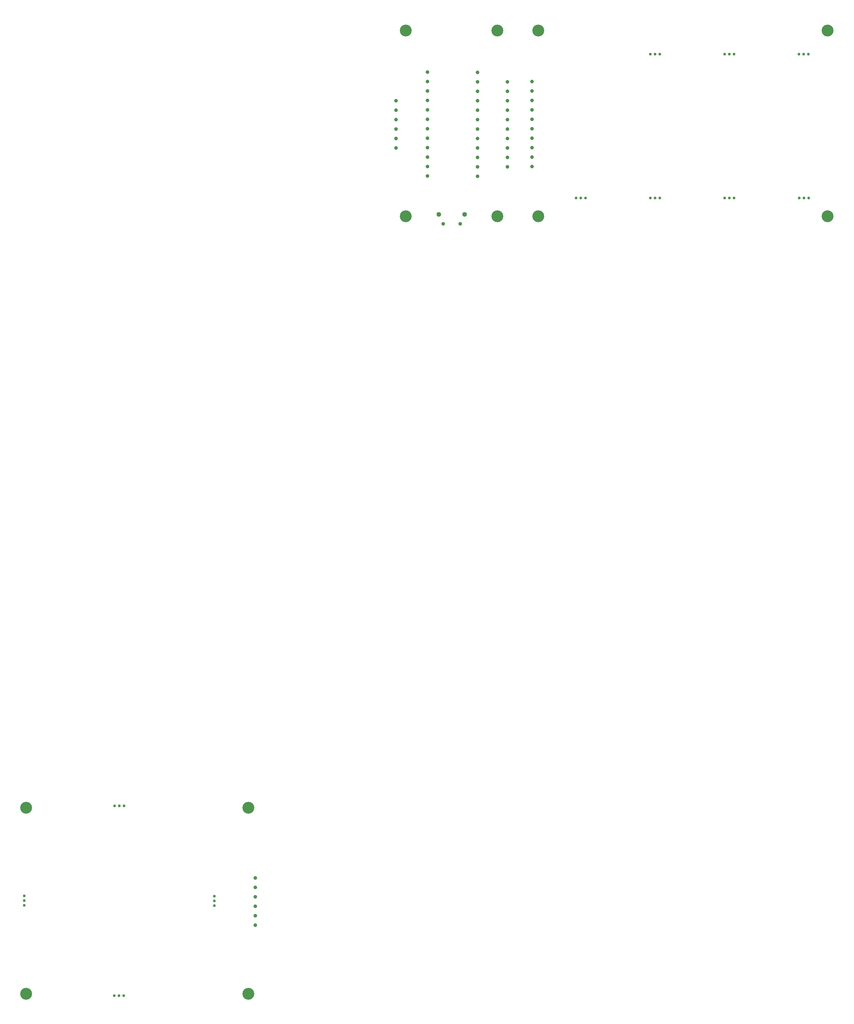
<source format=gbr>
%TF.GenerationSoftware,KiCad,Pcbnew,9.0.0*%
%TF.CreationDate,2025-06-04T23:26:31+02:00*%
%TF.ProjectId,uv_controler,75765f63-6f6e-4747-926f-6c65722e6b69,rev?*%
%TF.SameCoordinates,Original*%
%TF.FileFunction,Plated,1,2,PTH,Drill*%
%TF.FilePolarity,Positive*%
%FSLAX46Y46*%
G04 Gerber Fmt 4.6, Leading zero omitted, Abs format (unit mm)*
G04 Created by KiCad (PCBNEW 9.0.0) date 2025-06-04 23:26:31*
%MOMM*%
%LPD*%
G01*
G04 APERTURE LIST*
%TA.AperFunction,ComponentDrill*%
%ADD10C,0.750000*%
%TD*%
%TA.AperFunction,ComponentDrill*%
%ADD11C,0.990000*%
%TD*%
%TA.AperFunction,ComponentDrill*%
%ADD12C,1.000000*%
%TD*%
%TA.AperFunction,ComponentDrill*%
%ADD13C,1.300000*%
%TD*%
%TA.AperFunction,ComponentDrill*%
%ADD14C,3.200000*%
%TD*%
G04 APERTURE END LIST*
D10*
%TO.C,U12*%
X30185534Y-85710000D03*
X30185534Y-86980000D03*
X30185534Y-88250000D03*
%TO.C,U11*%
X54433034Y-112525000D03*
%TO.C,U10*%
X54470534Y-61475000D03*
%TO.C,U11*%
X55703034Y-112525000D03*
%TO.C,U10*%
X55740534Y-61475000D03*
%TO.C,U11*%
X56973034Y-112525000D03*
%TO.C,U10*%
X57010534Y-61475000D03*
%TO.C,U9*%
X81285534Y-85787500D03*
X81285534Y-87057500D03*
X81285534Y-88327500D03*
%TO.C,U6*%
X178597500Y101990000D03*
X179867500Y101990000D03*
X181137500Y101990000D03*
%TO.C,U8*%
X198587500Y140690000D03*
%TO.C,U7*%
X198597500Y101990000D03*
%TO.C,U8*%
X199857500Y140690000D03*
%TO.C,U7*%
X199867500Y101990000D03*
%TO.C,U8*%
X201127500Y140690000D03*
%TO.C,U7*%
X201137500Y101990000D03*
%TO.C,U3*%
X218587500Y140690000D03*
%TO.C,U4*%
X218597500Y101990000D03*
%TO.C,U3*%
X219857500Y140690000D03*
%TO.C,U4*%
X219867500Y101990000D03*
%TO.C,U3*%
X221127500Y140690000D03*
%TO.C,U4*%
X221137500Y101990000D03*
%TO.C,U5*%
X238587500Y140690000D03*
%TO.C,U2*%
X238597500Y101990000D03*
%TO.C,U5*%
X239857500Y140690000D03*
%TO.C,U2*%
X239867500Y101990000D03*
%TO.C,U5*%
X241127500Y140690000D03*
%TO.C,U2*%
X241137500Y101990000D03*
D11*
%TO.C,SW1*%
X142912500Y95097500D03*
X147412500Y95097500D03*
D12*
%TO.C,J4*%
X92300000Y-80900000D03*
X92300000Y-83440000D03*
X92300000Y-85980000D03*
X92300000Y-88520000D03*
X92300000Y-91060000D03*
X92300000Y-93600000D03*
%TO.C,J1*%
X130137500Y128175000D03*
X130137500Y125635000D03*
X130137500Y123095000D03*
X130137500Y120555000D03*
X130137500Y118015000D03*
X130137500Y115475000D03*
%TO.C,U1*%
X138637500Y135837500D03*
X138637500Y133297500D03*
X138637500Y130757500D03*
X138637500Y128217500D03*
X138637500Y125677500D03*
X138637500Y123137500D03*
X138637500Y120597500D03*
X138637500Y118057500D03*
X138637500Y115517500D03*
X138637500Y112977500D03*
X138637500Y110437500D03*
X138637500Y107897500D03*
X152087500Y135812500D03*
X152087500Y133272500D03*
X152087500Y130732500D03*
X152087500Y128192500D03*
X152087500Y125652500D03*
X152087500Y123112500D03*
X152087500Y120572500D03*
X152087500Y118032500D03*
X152087500Y115492500D03*
X152087500Y112952500D03*
X152087500Y110412500D03*
X152087500Y107872500D03*
%TO.C,J2*%
X160137500Y133250000D03*
X160137500Y130710000D03*
X160137500Y128170000D03*
X160137500Y125630000D03*
X160137500Y123090000D03*
X160137500Y120550000D03*
X160137500Y118010000D03*
X160137500Y115470000D03*
X160137500Y112930000D03*
X160137500Y110390000D03*
%TO.C,J3*%
X166751966Y133307500D03*
X166751966Y130767500D03*
X166751966Y128227500D03*
X166751966Y125687500D03*
X166751966Y123147500D03*
X166751966Y120607500D03*
X166751966Y118067500D03*
X166751966Y115527500D03*
X166751966Y112987500D03*
X166751966Y110447500D03*
D13*
%TO.C,SW1*%
X141652500Y97587500D03*
X148662500Y97587500D03*
D14*
%TO.C,REF\u002A\u002A*%
X30735534Y-62000000D03*
X30735534Y-112000000D03*
X90485534Y-62000000D03*
X90485534Y-112000000D03*
X132812500Y147087500D03*
X132812500Y97087500D03*
X157437500Y147087500D03*
X157437500Y97087500D03*
X168437500Y147087500D03*
X168437500Y97087500D03*
X246287500Y147087500D03*
X246287500Y97087500D03*
M02*

</source>
